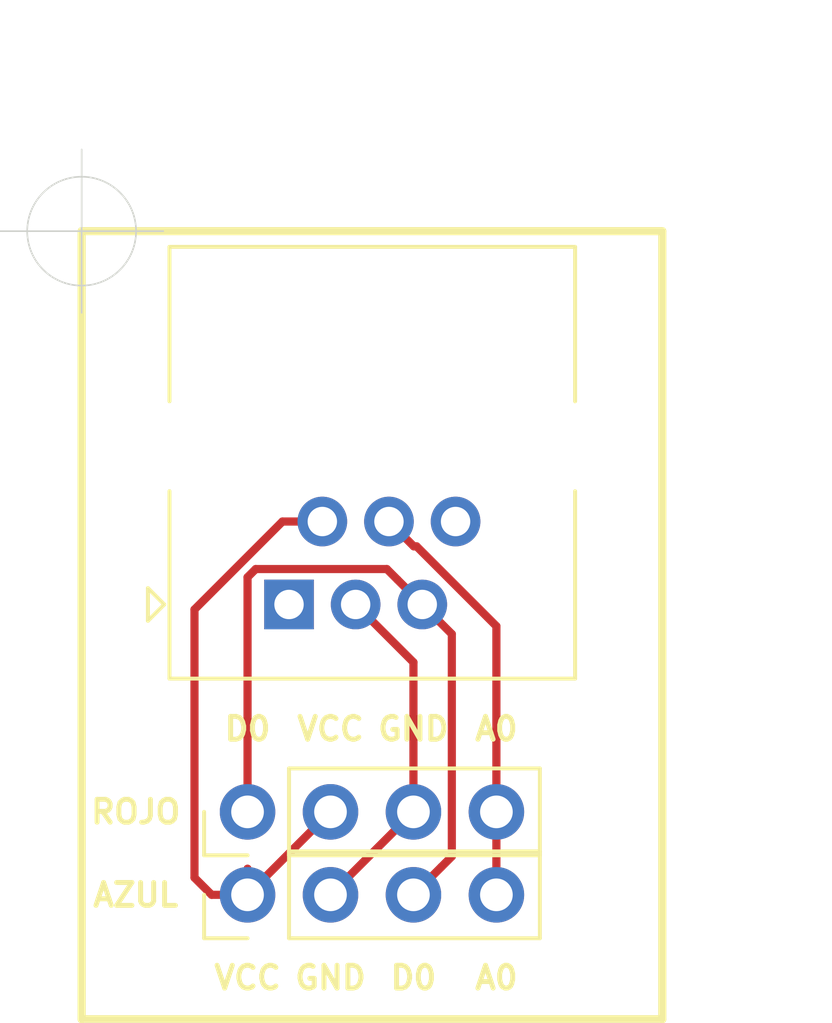
<source format=kicad_pcb>
(kicad_pcb (version 20171130) (host pcbnew 5.1.5+dfsg1-2build2)

  (general
    (thickness 1.6)
    (drawings 17)
    (tracks 27)
    (zones 0)
    (modules 3)
    (nets 5)
  )

  (page A4)
  (layers
    (0 F.Cu signal)
    (31 B.Cu signal)
    (32 B.Adhes user)
    (33 F.Adhes user)
    (34 B.Paste user)
    (35 F.Paste user)
    (36 B.SilkS user)
    (37 F.SilkS user)
    (38 B.Mask user)
    (39 F.Mask user)
    (40 Dwgs.User user)
    (41 Cmts.User user)
    (42 Eco1.User user)
    (43 Eco2.User user)
    (44 Edge.Cuts user)
    (45 Margin user)
    (46 B.CrtYd user)
    (47 F.CrtYd user)
    (48 B.Fab user)
    (49 F.Fab user hide)
  )

  (setup
    (last_trace_width 0.25)
    (trace_clearance 0.2)
    (zone_clearance 0.508)
    (zone_45_only no)
    (trace_min 0.2)
    (via_size 0.8)
    (via_drill 0.4)
    (via_min_size 0.4)
    (via_min_drill 0.3)
    (uvia_size 0.3)
    (uvia_drill 0.1)
    (uvias_allowed no)
    (uvia_min_size 0.2)
    (uvia_min_drill 0.1)
    (edge_width 0.05)
    (segment_width 0.2)
    (pcb_text_width 0.3)
    (pcb_text_size 1.5 1.5)
    (mod_edge_width 0.12)
    (mod_text_size 1 1)
    (mod_text_width 0.15)
    (pad_size 1.7 1.7)
    (pad_drill 1)
    (pad_to_mask_clearance 0.051)
    (solder_mask_min_width 0.25)
    (aux_axis_origin 0 0)
    (visible_elements FFFFFF7F)
    (pcbplotparams
      (layerselection 0x010fc_ffffffff)
      (usegerberextensions false)
      (usegerberattributes false)
      (usegerberadvancedattributes false)
      (creategerberjobfile false)
      (excludeedgelayer true)
      (linewidth 0.100000)
      (plotframeref false)
      (viasonmask false)
      (mode 1)
      (useauxorigin false)
      (hpglpennumber 1)
      (hpglpenspeed 20)
      (hpglpendiameter 15.000000)
      (psnegative false)
      (psa4output false)
      (plotreference true)
      (plotvalue true)
      (plotinvisibletext false)
      (padsonsilk false)
      (subtractmaskfromsilk false)
      (outputformat 1)
      (mirror false)
      (drillshape 0)
      (scaleselection 1)
      (outputdirectory ""))
  )

  (net 0 "")
  (net 1 /D0)
  (net 2 /GND)
  (net 3 /VCC)
  (net 4 "Net-(J1-Pad5)")

  (net_class Default "Esta es la clase de red por defecto."
    (clearance 0.2)
    (trace_width 0.25)
    (via_dia 0.8)
    (via_drill 0.4)
    (uvia_dia 0.3)
    (uvia_drill 0.1)
    (add_net /D0)
    (add_net /GND)
    (add_net /VCC)
    (add_net "Net-(J1-Pad5)")
  )

  (module Connector_PinHeader_2.54mm:PinHeader_1x04_P2.54mm_Vertical (layer F.Cu) (tedit 5F57CE43) (tstamp 5F58273A)
    (at 114.3 104.14 90)
    (descr "Through hole straight pin header, 1x04, 2.54mm pitch, single row")
    (tags "Through hole pin header THT 1x04 2.54mm single row")
    (path /5F611EE7)
    (fp_text reference J2 (at 0 -2.33 90) (layer F.SilkS) hide
      (effects (font (size 1 1) (thickness 0.15)))
    )
    (fp_text value Conn_01x04 (at 0 9.95 90) (layer F.Fab)
      (effects (font (size 1 1) (thickness 0.15)))
    )
    (fp_text user %R (at 0 3.81) (layer F.Fab)
      (effects (font (size 1 1) (thickness 0.15)))
    )
    (fp_line (start 1.8 -1.8) (end -1.8 -1.8) (layer F.CrtYd) (width 0.05))
    (fp_line (start 1.8 9.4) (end 1.8 -1.8) (layer F.CrtYd) (width 0.05))
    (fp_line (start -1.8 9.4) (end 1.8 9.4) (layer F.CrtYd) (width 0.05))
    (fp_line (start -1.8 -1.8) (end -1.8 9.4) (layer F.CrtYd) (width 0.05))
    (fp_line (start -1.33 -1.33) (end 0 -1.33) (layer F.SilkS) (width 0.12))
    (fp_line (start -1.33 0) (end -1.33 -1.33) (layer F.SilkS) (width 0.12))
    (fp_line (start -1.33 1.27) (end 1.33 1.27) (layer F.SilkS) (width 0.12))
    (fp_line (start 1.33 1.27) (end 1.33 8.95) (layer F.SilkS) (width 0.12))
    (fp_line (start -1.33 1.27) (end -1.33 8.95) (layer F.SilkS) (width 0.12))
    (fp_line (start -1.33 8.95) (end 1.33 8.95) (layer F.SilkS) (width 0.12))
    (fp_line (start -1.27 -0.635) (end -0.635 -1.27) (layer F.Fab) (width 0.1))
    (fp_line (start -1.27 8.89) (end -1.27 -0.635) (layer F.Fab) (width 0.1))
    (fp_line (start 1.27 8.89) (end -1.27 8.89) (layer F.Fab) (width 0.1))
    (fp_line (start 1.27 -1.27) (end 1.27 8.89) (layer F.Fab) (width 0.1))
    (fp_line (start -0.635 -1.27) (end 1.27 -1.27) (layer F.Fab) (width 0.1))
    (pad 4 thru_hole oval (at 0 7.62 90) (size 1.7 1.7) (drill 1) (layers *.Cu *.Mask)
      (net 1 /D0))
    (pad 3 thru_hole oval (at 0 5.08 90) (size 1.7 1.7) (drill 1) (layers *.Cu *.Mask)
      (net 4 "Net-(J1-Pad5)"))
    (pad 2 thru_hole oval (at 0 2.54 90) (size 1.7 1.7) (drill 1) (layers *.Cu *.Mask)
      (net 2 /GND))
    (pad 1 thru_hole circle (at 0 0 90) (size 1.7 1.7) (drill 1) (layers *.Cu *.Mask)
      (net 3 /VCC))
    (model ${KISYS3DMOD}/Connector_PinHeader_2.54mm.3dshapes/PinHeader_1x04_P2.54mm_Vertical.wrl
      (at (xyz 0 0 0))
      (scale (xyz 1 1 1))
      (rotate (xyz 0 0 0))
    )
  )

  (module Connector_PinHeader_2.54mm:PinHeader_1x04_P2.54mm_Vertical (layer F.Cu) (tedit 5F57CE36) (tstamp 5F582A1F)
    (at 114.3 101.6 90)
    (descr "Through hole straight pin header, 1x04, 2.54mm pitch, single row")
    (tags "Through hole pin header THT 1x04 2.54mm single row")
    (path /5F618156)
    (fp_text reference J3 (at 0 -2.33 90) (layer F.SilkS) hide
      (effects (font (size 1 1) (thickness 0.15)))
    )
    (fp_text value Conn_01x04 (at 0 9.95 90) (layer F.Fab)
      (effects (font (size 1 1) (thickness 0.15)))
    )
    (fp_text user %R (at 0 3.81) (layer F.Fab)
      (effects (font (size 1 1) (thickness 0.15)))
    )
    (fp_line (start 1.8 -1.8) (end -1.8 -1.8) (layer F.CrtYd) (width 0.05))
    (fp_line (start 1.8 9.4) (end 1.8 -1.8) (layer F.CrtYd) (width 0.05))
    (fp_line (start -1.8 9.4) (end 1.8 9.4) (layer F.CrtYd) (width 0.05))
    (fp_line (start -1.8 -1.8) (end -1.8 9.4) (layer F.CrtYd) (width 0.05))
    (fp_line (start -1.33 -1.33) (end 0 -1.33) (layer F.SilkS) (width 0.12))
    (fp_line (start -1.33 0) (end -1.33 -1.33) (layer F.SilkS) (width 0.12))
    (fp_line (start -1.33 1.27) (end 1.33 1.27) (layer F.SilkS) (width 0.12))
    (fp_line (start 1.33 1.27) (end 1.33 8.95) (layer F.SilkS) (width 0.12))
    (fp_line (start -1.33 1.27) (end -1.33 8.95) (layer F.SilkS) (width 0.12))
    (fp_line (start -1.33 8.95) (end 1.33 8.95) (layer F.SilkS) (width 0.12))
    (fp_line (start -1.27 -0.635) (end -0.635 -1.27) (layer F.Fab) (width 0.1))
    (fp_line (start -1.27 8.89) (end -1.27 -0.635) (layer F.Fab) (width 0.1))
    (fp_line (start 1.27 8.89) (end -1.27 8.89) (layer F.Fab) (width 0.1))
    (fp_line (start 1.27 -1.27) (end 1.27 8.89) (layer F.Fab) (width 0.1))
    (fp_line (start -0.635 -1.27) (end 1.27 -1.27) (layer F.Fab) (width 0.1))
    (pad 4 thru_hole oval (at 0 7.62 90) (size 1.7 1.7) (drill 1) (layers *.Cu *.Mask)
      (net 1 /D0))
    (pad 3 thru_hole oval (at 0 5.08 90) (size 1.7 1.7) (drill 1) (layers *.Cu *.Mask)
      (net 2 /GND))
    (pad 2 thru_hole oval (at 0 2.54 90) (size 1.7 1.7) (drill 1) (layers *.Cu *.Mask)
      (net 3 /VCC))
    (pad 1 thru_hole circle (at 0 0 90) (size 1.7 1.7) (drill 1) (layers *.Cu *.Mask)
      (net 4 "Net-(J1-Pad5)"))
    (model ${KISYS3DMOD}/Connector_PinHeader_2.54mm.3dshapes/PinHeader_1x04_P2.54mm_Vertical.wrl
      (at (xyz 0 0 0))
      (scale (xyz 1 1 1))
      (rotate (xyz 0 0 0))
    )
  )

  (module Connector_RJ:RJ25_Wayconn_MJEA-660X1_Horizontal (layer F.Cu) (tedit 5DC188C6) (tstamp 5F581B7E)
    (at 115.57 95.25 180)
    (descr "RJ25 6P6C Socket 90 degrees, https://wayconn.com/wp-content/themes/way/datasheet/MJEA-660X1XXX_RJ25_6P6C_PCB_RA.pdf")
    (tags "RJ12 RJ18 RJ25 jack connector 6P6C")
    (path /5F610ACD)
    (fp_text reference J1 (at -6.985 -3.175) (layer F.SilkS) hide
      (effects (font (size 1 1) (thickness 0.15)))
    )
    (fp_text value RJ9 (at -2.55 12.315) (layer F.Fab)
      (effects (font (size 1 1) (thickness 0.15)))
    )
    (fp_line (start 4.32 -0.5) (end 4.32 0.5) (layer F.SilkS) (width 0.12))
    (fp_line (start 4.32 -0.5) (end 3.82 0) (layer F.SilkS) (width 0.12))
    (fp_line (start 3.82 0) (end 4.32 0.5) (layer F.SilkS) (width 0.12))
    (fp_line (start 3.05 0) (end 3.55 0.5) (layer F.Fab) (width 0.1))
    (fp_line (start 3.55 -0.5) (end 3.05 0) (layer F.Fab) (width 0.1))
    (fp_line (start 3.55 -2.16) (end 3.55 -0.5) (layer F.Fab) (width 0.1))
    (fp_line (start 3.55 0.5) (end 3.55 3.47) (layer F.Fab) (width 0.1))
    (fp_line (start -8.65 -2.16) (end 3.55 -2.16) (layer F.Fab) (width 0.1))
    (fp_line (start -8.65 6.22) (end -8.65 10.84) (layer F.Fab) (width 0.1))
    (fp_line (start 3.55 6.22) (end 3.55 10.84) (layer F.Fab) (width 0.1))
    (fp_line (start -8.65 10.84) (end 3.55 10.84) (layer F.Fab) (width 0.1))
    (fp_line (start -8.65 -2.16) (end -8.65 3.47) (layer F.Fab) (width 0.1))
    (fp_text user %R (at -2.55 4.445) (layer F.Fab)
      (effects (font (size 1 1) (thickness 0.15)))
    )
    (fp_line (start 5.1 11.34) (end -10.2 11.34) (layer F.CrtYd) (width 0.05))
    (fp_line (start 5.1 11.34) (end 5.1 -2.66) (layer F.CrtYd) (width 0.05))
    (fp_line (start -10.2 -2.66) (end -10.2 11.34) (layer F.CrtYd) (width 0.05))
    (fp_line (start -10.2 -2.66) (end 5.1 -2.66) (layer F.CrtYd) (width 0.05))
    (fp_line (start 3.66 6.22) (end 3.66 10.95) (layer F.SilkS) (width 0.12))
    (fp_line (start -8.76 6.22) (end -8.76 10.95) (layer F.SilkS) (width 0.12))
    (fp_line (start -8.76 -2.27) (end 3.66 -2.27) (layer F.SilkS) (width 0.12))
    (fp_line (start -8.76 10.95) (end 3.66 10.95) (layer F.SilkS) (width 0.12))
    (fp_line (start 3.66 -2.27) (end 3.66 3.47) (layer F.SilkS) (width 0.12))
    (fp_line (start -8.76 -2.27) (end -8.76 3.47) (layer F.SilkS) (width 0.12))
    (pad "" np_thru_hole circle (at -8.55 4.84 180) (size 2.3 2.3) (drill 2.3) (layers *.Cu *.Mask))
    (pad "" np_thru_hole circle (at 3.45 4.84 180) (size 2.3 2.3) (drill 2.3) (layers *.Cu *.Mask))
    (pad 6 thru_hole circle (at -5.1 2.54 180) (size 1.52 1.52) (drill 0.9) (layers *.Cu *.Mask))
    (pad 5 thru_hole circle (at -4.08 0 180) (size 1.52 1.52) (drill 0.9) (layers *.Cu *.Mask)
      (net 4 "Net-(J1-Pad5)"))
    (pad 4 thru_hole circle (at -3.06 2.54 180) (size 1.52 1.52) (drill 0.9) (layers *.Cu *.Mask)
      (net 1 /D0))
    (pad 3 thru_hole circle (at -2.04 0 180) (size 1.52 1.52) (drill 0.9) (layers *.Cu *.Mask)
      (net 2 /GND))
    (pad 2 thru_hole circle (at -1.02 2.54 180) (size 1.52 1.52) (drill 0.9) (layers *.Cu *.Mask)
      (net 3 /VCC))
    (pad 1 thru_hole rect (at 0 0 180) (size 1.52 1.52) (drill 0.9) (layers *.Cu *.Mask))
    (model ${KISYS3DMOD}/Connector_RJ.3dshapes/RJ25_Wayconn_MJEA-660X1_Horizontal.wrl
      (at (xyz 0 0 0))
      (scale (xyz 1 1 1))
      (rotate (xyz 0 0 0))
    )
  )

  (gr_line (start 109.22 107.95) (end 109.22 83.82) (layer F.SilkS) (width 0.25) (tstamp 5F58DB11))
  (gr_line (start 127 107.95) (end 109.22 107.95) (layer F.SilkS) (width 0.25))
  (gr_line (start 127 83.82) (end 127 107.95) (layer F.SilkS) (width 0.25))
  (gr_line (start 109.22 83.82) (end 127 83.82) (layer F.SilkS) (width 0.25))
  (target plus (at 109.22 83.82) (size 5) (width 0.05) (layer Edge.Cuts))
  (gr_text "ROJO\n" (at 110.875808 101.6) (layer F.SilkS) (tstamp 5F583532)
    (effects (font (size 0.7 0.7) (thickness 0.15)))
  )
  (gr_text "AZUL\n" (at 110.875808 104.14633) (layer F.SilkS) (tstamp 5F58352B)
    (effects (font (size 0.7 0.7) (thickness 0.15)))
  )
  (gr_text A0 (at 121.92 99.06) (layer F.SilkS) (tstamp 5F582A56)
    (effects (font (size 0.7 0.7) (thickness 0.15)))
  )
  (dimension 17.78 (width 0.15) (layer Dwgs.User)
    (gr_text "17,780 mm" (at 118.11 77.44) (layer Dwgs.User)
      (effects (font (size 1 1) (thickness 0.15)))
    )
    (feature1 (pts (xy 127 81.28) (xy 127 78.153579)))
    (feature2 (pts (xy 109.22 81.28) (xy 109.22 78.153579)))
    (crossbar (pts (xy 109.22 78.74) (xy 127 78.74)))
    (arrow1a (pts (xy 127 78.74) (xy 125.873496 79.326421)))
    (arrow1b (pts (xy 127 78.74) (xy 125.873496 78.153579)))
    (arrow2a (pts (xy 109.22 78.74) (xy 110.346504 79.326421)))
    (arrow2b (pts (xy 109.22 78.74) (xy 110.346504 78.153579)))
  )
  (dimension 24.13 (width 0.15) (layer Dwgs.User)
    (gr_text "24,130 mm" (at 128.24 95.885 270) (layer Dwgs.User)
      (effects (font (size 1 1) (thickness 0.15)))
    )
    (feature1 (pts (xy 129.54 107.95) (xy 128.953579 107.95)))
    (feature2 (pts (xy 129.54 83.82) (xy 128.953579 83.82)))
    (crossbar (pts (xy 129.54 83.82) (xy 129.54 107.95)))
    (arrow1a (pts (xy 129.54 107.95) (xy 128.953579 106.823496)))
    (arrow1b (pts (xy 129.54 107.95) (xy 130.126421 106.823496)))
    (arrow2a (pts (xy 129.54 83.82) (xy 128.953579 84.946504)))
    (arrow2b (pts (xy 129.54 83.82) (xy 130.126421 84.946504)))
  )
  (gr_text GND (at 119.38 99.06) (layer F.SilkS) (tstamp 5F582892)
    (effects (font (size 0.7 0.7) (thickness 0.15)))
  )
  (gr_text VCC (at 116.84 99.06) (layer F.SilkS) (tstamp 5F582890)
    (effects (font (size 0.7 0.7) (thickness 0.15)))
  )
  (gr_text D0 (at 114.3 99.06) (layer F.SilkS) (tstamp 5F58288E)
    (effects (font (size 0.7 0.7) (thickness 0.15)))
  )
  (gr_text A0 (at 121.92 106.68) (layer F.SilkS) (tstamp 5F582888)
    (effects (font (size 0.7 0.7) (thickness 0.15)))
  )
  (gr_text D0 (at 119.38 106.68) (layer F.SilkS) (tstamp 5F582886)
    (effects (font (size 0.7 0.7) (thickness 0.15)))
  )
  (gr_text VCC (at 114.3 106.68) (layer F.SilkS) (tstamp 5F582884)
    (effects (font (size 0.7 0.7) (thickness 0.15)))
  )
  (gr_text GND (at 116.84 106.68) (layer F.SilkS) (tstamp 5F58286C)
    (effects (font (size 0.7 0.7) (thickness 0.15)))
  )

  (segment (start 121.92 100.397919) (end 121.92 101.6) (width 0.25) (layer F.Cu) (net 1))
  (segment (start 121.92 95.914198) (end 121.92 100.397919) (width 0.25) (layer F.Cu) (net 1))
  (segment (start 119.475801 93.469999) (end 121.92 95.914198) (width 0.25) (layer F.Cu) (net 1))
  (segment (start 119.389999 93.469999) (end 119.475801 93.469999) (width 0.25) (layer F.Cu) (net 1))
  (segment (start 118.63 92.71) (end 119.389999 93.469999) (width 0.25) (layer F.Cu) (net 1))
  (segment (start 121.92 101.6) (end 121.92 104.14) (width 0.25) (layer F.Cu) (net 1))
  (segment (start 116.84 104.14) (end 119.38 101.6) (width 0.25) (layer F.Cu) (net 2))
  (segment (start 119.38 97.02) (end 119.38 101.6) (width 0.25) (layer F.Cu) (net 2))
  (segment (start 117.61 95.25) (end 119.38 97.02) (width 0.25) (layer F.Cu) (net 2))
  (segment (start 114.3 104.14) (end 114.3 103.339002) (width 0.25) (layer F.Cu) (net 3))
  (segment (start 114.3 104.14) (end 116.84 101.6) (width 0.25) (layer F.Cu) (net 3))
  (segment (start 113.2 104.14) (end 114.3 104.14) (width 0.25) (layer F.Cu) (net 3))
  (segment (start 112.67499 103.61499) (end 113.2 104.14) (width 0.25) (layer F.Cu) (net 3))
  (segment (start 112.67499 95.403598) (end 112.67499 103.61499) (width 0.25) (layer F.Cu) (net 3))
  (segment (start 115.368588 92.71) (end 112.67499 95.403598) (width 0.25) (layer F.Cu) (net 3))
  (segment (start 116.59 92.71) (end 115.368588 92.71) (width 0.25) (layer F.Cu) (net 3))
  (segment (start 114.3 101.6) (end 114.3 101.77) (width 0.25) (layer F.Cu) (net 4))
  (segment (start 120.229999 103.290001) (end 119.38 104.14) (width 0.25) (layer F.Cu) (net 4))
  (segment (start 120.555001 102.964999) (end 120.229999 103.290001) (width 0.25) (layer F.Cu) (net 4))
  (segment (start 120.555001 96.155001) (end 120.555001 102.964999) (width 0.25) (layer F.Cu) (net 4))
  (segment (start 119.65 95.25) (end 120.555001 96.155001) (width 0.25) (layer F.Cu) (net 4))
  (segment (start 119.55 95.25) (end 119.65 95.25) (width 0.25) (layer B.Cu) (net 4))
  (segment (start 118.890001 94.490001) (end 119.65 95.25) (width 0.25) (layer F.Cu) (net 4))
  (segment (start 118.564999 94.164999) (end 118.890001 94.490001) (width 0.25) (layer F.Cu) (net 4))
  (segment (start 114.549999 94.164999) (end 118.564999 94.164999) (width 0.25) (layer F.Cu) (net 4))
  (segment (start 114.3 94.414998) (end 114.549999 94.164999) (width 0.25) (layer F.Cu) (net 4))
  (segment (start 114.3 101.6) (end 114.3 94.414998) (width 0.25) (layer F.Cu) (net 4))

)

</source>
